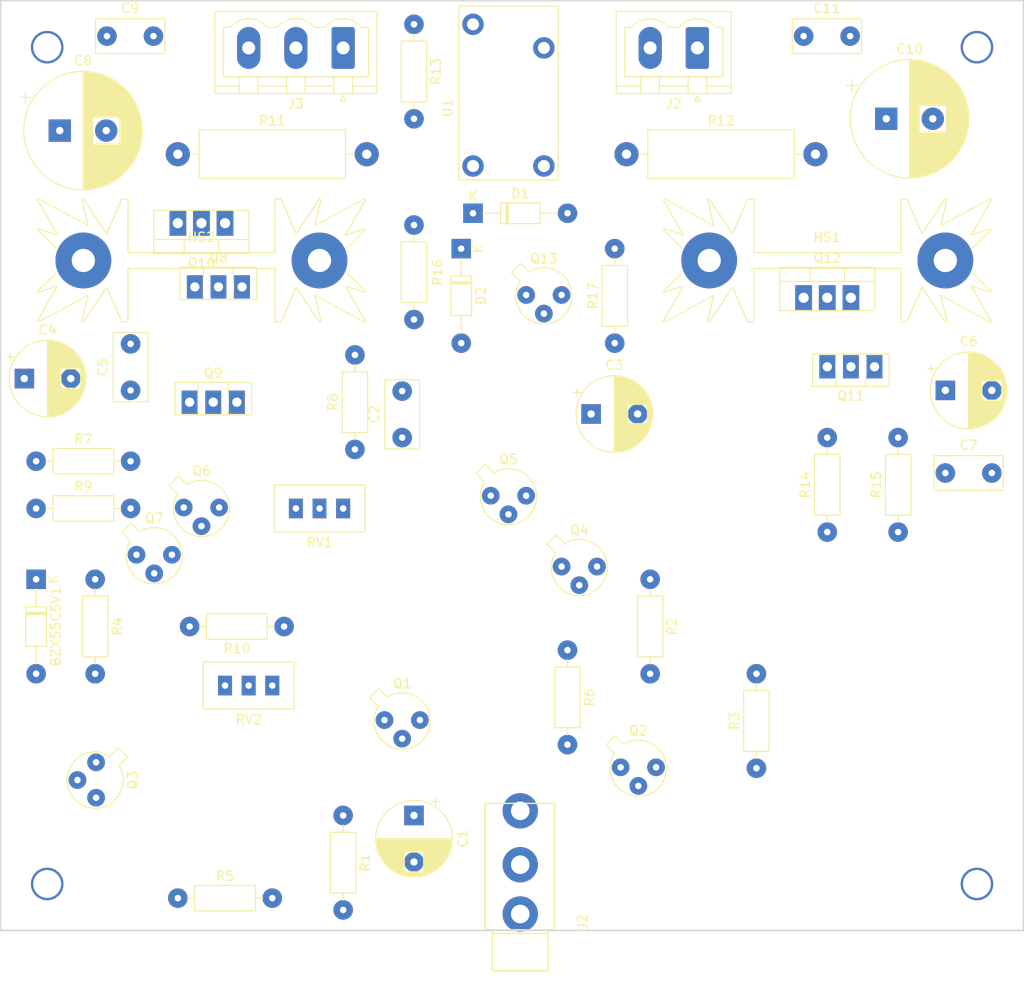
<source format=kicad_pcb>
(kicad_pcb (version 20171130) (host pcbnew "(5.1.9)-1")
  (title_block (title "Buck 45V vers 24/12V 13A") (date 2021-04-10) (rev V0) (company "INSA GEI") (comment 1 LH))
  (layers (0 F.Cu signal) (31 B.Cu signal) (34 B.Paste user) (35 F.Paste user) (36 B.SilkS user) (37 F.SilkS user) (38 B.Mask user) (39 F.Mask user) (44 Edge.Cuts user))
  (net 0 "")
  (net 1 "Net-(BZX55C5V1-Pad2)")
  (net 2 +12V)
  (net 3 "Net-(C1-Pad1)")
  (net 4 "Net-(C1-Pad2)")
  (net 5 "Net-(C2-Pad1)")
  (net 6 "Net-(C2-Pad2)")
  (net 7 -12V)
  (net 8 "Net-(C3-Pad1)")
  (net 9 GND)
  (net 10 "Net-(D1-Pad2)")
  (net 11 "Net-(D2-Pad1)")
  (net 12 "Net-(J2-Pad1)")
  (net 13 "Net-(Q1-Pad1)")
  (net 14 "Net-(Q2-Pad2)")
  (net 15 "Net-(Q2-Pad3)")
  (net 16 "Net-(Q3-Pad1)")
  (net 17 "Net-(Q4-Pad1)")
  (net 18 "Net-(Q5-Pad1)")
  (net 19 "Net-(Q6-Pad1)")
  (net 20 "Net-(Q6-Pad2)")
  (net 21 "Net-(Q6-Pad3)")
  (net 22 "Net-(Q7-Pad1)")
  (net 23 "Net-(Q8-Pad3)")
  (net 24 "Net-(Q10-Pad2)")
  (net 25 "Net-(Q10-Pad1)")
  (net 26 "Net-(Q11-Pad2)")
  (net 27 "Net-(Q11-Pad1)")
  (net 28 "Net-(R8-Pad1)")
  (net 29 "Net-(R10-Pad2)")
  (net 30 "Net-(R11-Pad2)")
  (net 31 "Net-(U2-PadTN)")
  (module LibAmpli_3imacs:D_DO-35_SOD27_P10.16mm_Horizontal (layer F.Cu) (at 92.71 87.63 270)
    (fp_text reference BZX55C5V1 (at 5.08 -2.12 90) (layer F.SilkS))
    (fp_text value Dz1)
    (fp_text user K (at 0 -1.8 90) (layer F.SilkS))
    (pad 2 thru_hole oval (at 10.16 0 270) (size 2.1 2.1) (drill 0.7) (layers *.Cu *.Mask) (net 1 "Net-(BZX55C5V1-Pad2)"))
    (pad 1 thru_hole rect (at 0 0 270) (size 2.1 2.1) (drill 0.7) (layers *.Cu *.Mask) (net 2 +12V))
  )
  (module LibAmpli_3imacs:CP_Radial_D8.0mm_P5.00mm (layer F.Cu) (at 133.35 113.03 270)
    (fp_text reference C1 (at 2.5 -5.25 90) (layer F.SilkS))
    (fp_text value 47u)
    (pad 1 thru_hole rect (at 0 0 270) (size 2.1 2.1) (drill 0.8) (layers *.Cu *.Mask) (net 3 "Net-(C1-Pad1)"))
    (pad 2 thru_hole circle (at 5 0 270) (size 2.1 2.1) (drill 0.8) (layers *.Cu *.Mask) (net 4 "Net-(C1-Pad2)"))
  )
  (module LibAmpli_3imacs:C_Rect_L7.2mm_W3.5mm_P5.00mm_FKS2_FKP2_MKS2_MKP2 (layer F.Cu) (at 132.08 72.39 90)
    (fp_text reference C2 (at 2.5 -3 90) (layer F.SilkS))
    (fp_text value C)
    (pad 2 thru_hole circle (at 5 0 90) (size 2.1 2.1) (drill 0.7) (layers *.Cu *.Mask) (net 6 "Net-(C2-Pad2)"))
    (pad 1 thru_hole circle (at 0 0 90) (size 2.1 2.1) (drill 0.7) (layers *.Cu *.Mask) (net 5 "Net-(C2-Pad1)"))
  )
  (module LibAmpli_3imacs:CP_Radial_D8.0mm_P5.00mm (layer F.Cu) (at 152.4 69.85)
    (fp_text reference C3 (at 2.5 -5.25) (layer F.SilkS))
    (fp_text value 47u)
    (pad 1 thru_hole rect (at 0 0) (size 2.1 2.1) (drill 0.8) (layers *.Cu *.Mask) (net 8 "Net-(C3-Pad1)"))
    (pad 2 thru_hole circle (at 5 0) (size 2.1 2.1) (drill 0.8) (layers *.Cu *.Mask) (net 7 -12V))
  )
  (module LibAmpli_3imacs:CP_Radial_D8.0mm_P5.00mm (layer F.Cu) (at 91.44 66.04)
    (fp_text reference C4 (at 2.5 -5.25) (layer F.SilkS))
    (fp_text value 10u)
    (pad 1 thru_hole rect (at 0 0) (size 2.1 2.1) (drill 0.8) (layers *.Cu *.Mask) (net 2 +12V))
    (pad 2 thru_hole circle (at 5 0) (size 2.1 2.1) (drill 0.8) (layers *.Cu *.Mask) (net 9 GND))
  )
  (module LibAmpli_3imacs:C_Rect_L7.2mm_W3.5mm_P5.00mm_FKS2_FKP2_MKS2_MKP2 (layer F.Cu) (at 102.87 67.31 90)
    (fp_text reference C5 (at 2.5 -3 90) (layer F.SilkS))
    (fp_text value 100n)
    (pad 2 thru_hole circle (at 5 0 90) (size 2.1 2.1) (drill 0.7) (layers *.Cu *.Mask) (net 9 GND))
    (pad 1 thru_hole circle (at 0 0 90) (size 2.1 2.1) (drill 0.7) (layers *.Cu *.Mask) (net 2 +12V))
  )
  (module LibAmpli_3imacs:CP_Radial_D8.0mm_P5.00mm (layer F.Cu) (at 190.5 67.31)
    (fp_text reference C6 (at 2.5 -5.25) (layer F.SilkS))
    (fp_text value 10u)
    (pad 1 thru_hole rect (at 0 0) (size 2.1 2.1) (drill 0.8) (layers *.Cu *.Mask) (net 9 GND))
    (pad 2 thru_hole circle (at 5 0) (size 2.1 2.1) (drill 0.8) (layers *.Cu *.Mask) (net 7 -12V))
  )
  (module LibAmpli_3imacs:C_Rect_L7.2mm_W3.5mm_P5.00mm_FKS2_FKP2_MKS2_MKP2 (layer F.Cu) (at 190.5 76.2)
    (fp_text reference C7 (at 2.5 -3) (layer F.SilkS))
    (fp_text value 100n)
    (pad 2 thru_hole circle (at 5 0) (size 2.1 2.1) (drill 0.7) (layers *.Cu *.Mask) (net 7 -12V))
    (pad 1 thru_hole circle (at 0 0) (size 2.1 2.1) (drill 0.7) (layers *.Cu *.Mask) (net 9 GND))
  )
  (module LibAmpli_3imacs:CP_Radial_D12.5mm_P5.00mm (layer F.Cu) (at 95.25 39.37)
    (fp_text reference C8 (at 2.5 -7.5) (layer F.SilkS))
    (fp_text value 470u)
    (pad 2 thru_hole circle (at 5 0) (size 2.4 2.4) (drill 0.8) (layers *.Cu *.Mask) (net 9 GND))
    (pad 1 thru_hole rect (at 0 0) (size 2.4 2.4) (drill 0.8) (layers *.Cu *.Mask) (net 2 +12V))
  )
  (module LibAmpli_3imacs:C_Rect_L7.2mm_W3.5mm_P5.00mm_FKS2_FKP2_MKS2_MKP2 (layer F.Cu) (at 100.33 29.21)
    (fp_text reference C9 (at 2.5 -3) (layer F.SilkS))
    (fp_text value 100n)
    (pad 2 thru_hole circle (at 5 0) (size 2.1 2.1) (drill 0.7) (layers *.Cu *.Mask) (net 9 GND))
    (pad 1 thru_hole circle (at 0 0) (size 2.1 2.1) (drill 0.7) (layers *.Cu *.Mask) (net 2 +12V))
  )
  (module LibAmpli_3imacs:CP_Radial_D12.5mm_P5.00mm (layer F.Cu) (at 184.15 38.1)
    (fp_text reference C10 (at 2.5 -7.5) (layer F.SilkS))
    (fp_text value 470u)
    (pad 2 thru_hole circle (at 5 0) (size 2.4 2.4) (drill 0.8) (layers *.Cu *.Mask) (net 7 -12V))
    (pad 1 thru_hole rect (at 0 0) (size 2.4 2.4) (drill 0.8) (layers *.Cu *.Mask) (net 9 GND))
  )
  (module LibAmpli_3imacs:C_Rect_L7.2mm_W3.5mm_P5.00mm_FKS2_FKP2_MKS2_MKP2 (layer F.Cu) (at 175.26 29.21)
    (fp_text reference C11 (at 2.5 -3) (layer F.SilkS))
    (fp_text value 100n)
    (pad 2 thru_hole circle (at 5 0) (size 2.1 2.1) (drill 0.7) (layers *.Cu *.Mask) (net 7 -12V))
    (pad 1 thru_hole circle (at 0 0) (size 2.1 2.1) (drill 0.7) (layers *.Cu *.Mask) (net 9 GND))
  )
  (module LibAmpli_3imacs:D_DO-35_SOD27_P10.16mm_Horizontal (layer F.Cu) (at 139.7 48.26)
    (fp_text reference D1 (at 5.08 -2.12) (layer F.SilkS))
    (fp_text value 1N4148)
    (fp_text user K (at 0 -1.8) (layer F.SilkS))
    (pad 2 thru_hole oval (at 10.16 0) (size 2.1 2.1) (drill 0.7) (layers *.Cu *.Mask) (net 10 "Net-(D1-Pad2)"))
    (pad 1 thru_hole rect (at 0 0) (size 2.1 2.1) (drill 0.7) (layers *.Cu *.Mask) (net 2 +12V))
  )
  (module LibAmpli_3imacs:D_DO-35_SOD27_P10.16mm_Horizontal (layer F.Cu) (at 138.43 52.07 270)
    (fp_text reference D2 (at 5.08 -2.12 90) (layer F.SilkS))
    (fp_text value 1N4148)
    (fp_text user K (at 0 -1.8 90) (layer F.SilkS))
    (pad 2 thru_hole oval (at 10.16 0 270) (size 2.1 2.1) (drill 0.7) (layers *.Cu *.Mask) (net 8 "Net-(C3-Pad1)"))
    (pad 1 thru_hole rect (at 0 0 270) (size 2.1 2.1) (drill 0.7) (layers *.Cu *.Mask) (net 11 "Net-(D2-Pad1)"))
  )
  (module LibAmpli_3imacs:Heatsink_Fischer_SK104-STC-STIC_35x13mm_2xDrill2.5mm (layer F.Cu) (at 177.8 53.34)
    (fp_text reference HS1 (at -0.025 -2.5) (layer F.SilkS))
    (fp_text value Heatsink)
    (pad 1 thru_hole circle (at -12.7 0 180) (size 6 6) (drill 2.5) (layers *.Cu *.Mask))
    (pad 1 thru_hole circle (at 12.7 0) (size 6 6) (drill 2.5) (layers *.Cu *.Mask))
  )
  (module LibAmpli_3imacs:Heatsink_Fischer_SK104-STC-STIC_35x13mm_2xDrill2.5mm (layer F.Cu) (at 110.49 53.34)
    (fp_text reference HS2 (at -0.025 -2.5) (layer F.SilkS))
    (fp_text value Heatsink)
    (pad 1 thru_hole circle (at -12.7 0 180) (size 6 6) (drill 2.5) (layers *.Cu *.Mask))
    (pad 1 thru_hole circle (at 12.7 0) (size 6 6) (drill 2.5) (layers *.Cu *.Mask))
  )
  (module LibAmpli_3imacs:PhoenixContact_MSTBVA_2,5_2-G-5,08_1x02_P5.08mm_Vertical (layer F.Cu) (at 163.83 30.48 180)
    (fp_text reference J2 (at 2.54 -6) (layer F.SilkS))
    (fp_text value Conn_01x02)
    (pad 2 thru_hole oval (at 5.08 0 180) (size 2.5 4.5) (drill 1.4) (layers *.Cu *.Mask) (net 12 "Net-(J2-Pad1)"))
    (pad 1 thru_hole roundrect (at 0 0 180) (size 2.5 4.5) (drill 1.4) (layers *.Cu *.Mask) (roundrect_rratio 0.12) (net 9 GND))
  )
  (module LibAmpli_3imacs:PhoenixContact_MSTBVA_2,5_3-G-5,08_1x03_P5.08mm_Vertical (layer F.Cu) (at 125.73 30.48 180)
    (fp_text reference J3 (at 5.08 -6) (layer F.SilkS))
    (fp_text value Conn_01x03)
    (pad 3 thru_hole oval (at 10.16 0 180) (size 2.5 4.5) (drill 1.4) (layers *.Cu *.Mask) (net 2 +12V))
    (pad 2 thru_hole oval (at 5.08 0 180) (size 2.5 4.5) (drill 1.4) (layers *.Cu *.Mask) (net 9 GND))
    (pad 1 thru_hole roundrect (at 0 0 180) (size 2.5 4.5) (drill 1.4) (layers *.Cu *.Mask) (roundrect_rratio 0.12) (net 7 -12V))
  )
  (module LibAmpli_3imacs:TO-18-3 (layer F.Cu) (at 130.81 102.87)
    (fp_text reference Q1 (at 1.27 -4.02) (layer F.SilkS))
    (fp_text value 2N2907)
    (pad 3 thru_hole circle (at 3.175 -0.1) (size 1.9 1.9) (drill 0.7) (layers *.Cu *.Mask) (net 5 "Net-(C2-Pad1)"))
    (pad 2 thru_hole circle (at 1.27 1.905) (size 1.9 1.9) (drill 0.7) (layers *.Cu *.Mask) (net 3 "Net-(C1-Pad1)"))
    (pad 1 thru_hole circle (at -0.635 -0.1) (size 1.9 1.9) (drill 0.7) (layers *.Cu *.Mask) (net 13 "Net-(Q1-Pad1)"))
  )
  (module LibAmpli_3imacs:TO-18-3 (layer F.Cu) (at 156.21 107.95)
    (fp_text reference Q2 (at 1.27 -4.02) (layer F.SilkS))
    (fp_text value 2N2907)
    (pad 3 thru_hole circle (at 3.175 -0.1) (size 1.9 1.9) (drill 0.7) (layers *.Cu *.Mask) (net 15 "Net-(Q2-Pad3)"))
    (pad 2 thru_hole circle (at 1.27 1.905) (size 1.9 1.9) (drill 0.7) (layers *.Cu *.Mask) (net 14 "Net-(Q2-Pad2)"))
    (pad 1 thru_hole circle (at -0.635 -0.1) (size 1.9 1.9) (drill 0.7) (layers *.Cu *.Mask) (net 13 "Net-(Q1-Pad1)"))
  )
  (module LibAmpli_3imacs:TO-18-3 (layer F.Cu) (at 99.06 107.95 270)
    (fp_text reference Q3 (at 1.27 -4.02 90) (layer F.SilkS))
    (fp_text value 2N2907)
    (pad 3 thru_hole circle (at 3.175 -0.1 270) (size 1.9 1.9) (drill 0.7) (layers *.Cu *.Mask) (net 13 "Net-(Q1-Pad1)"))
    (pad 2 thru_hole circle (at 1.27 1.905 270) (size 1.9 1.9) (drill 0.7) (layers *.Cu *.Mask) (net 1 "Net-(BZX55C5V1-Pad2)"))
    (pad 1 thru_hole circle (at -0.635 -0.1 270) (size 1.9 1.9) (drill 0.7) (layers *.Cu *.Mask) (net 16 "Net-(Q3-Pad1)"))
  )
  (module LibAmpli_3imacs:TO-18-3 (layer F.Cu) (at 149.86 86.36)
    (fp_text reference Q4 (at 1.27 -4.02) (layer F.SilkS))
    (fp_text value 2N2222)
    (pad 3 thru_hole circle (at 3.175 -0.1) (size 1.9 1.9) (drill 0.7) (layers *.Cu *.Mask) (net 6 "Net-(C2-Pad2)"))
    (pad 2 thru_hole circle (at 1.27 1.905) (size 1.9 1.9) (drill 0.7) (layers *.Cu *.Mask) (net 5 "Net-(C2-Pad1)"))
    (pad 1 thru_hole circle (at -0.635 -0.1) (size 1.9 1.9) (drill 0.7) (layers *.Cu *.Mask) (net 17 "Net-(Q4-Pad1)"))
  )
  (module LibAmpli_3imacs:TO-18-3 (layer F.Cu) (at 142.24 78.74)
    (fp_text reference Q5 (at 1.27 -4.02) (layer F.SilkS))
    (fp_text value 2N2222)
    (pad 3 thru_hole circle (at 3.175 -0.1) (size 1.9 1.9) (drill 0.7) (layers *.Cu *.Mask) (net 6 "Net-(C2-Pad2)"))
    (pad 2 thru_hole circle (at 1.27 1.905) (size 1.9 1.9) (drill 0.7) (layers *.Cu *.Mask) (net 17 "Net-(Q4-Pad1)"))
    (pad 1 thru_hole circle (at -0.635 -0.1) (size 1.9 1.9) (drill 0.7) (layers *.Cu *.Mask) (net 18 "Net-(Q5-Pad1)"))
  )
  (module LibAmpli_3imacs:TO-18-3 (layer F.Cu) (at 109.22 80.01)
    (fp_text reference Q6 (at 1.27 -4.02) (layer F.SilkS))
    (fp_text value 2N2907)
    (pad 3 thru_hole circle (at 3.175 -0.1) (size 1.9 1.9) (drill 0.7) (layers *.Cu *.Mask) (net 21 "Net-(Q6-Pad3)"))
    (pad 2 thru_hole circle (at 1.27 1.905) (size 1.9 1.9) (drill 0.7) (layers *.Cu *.Mask) (net 20 "Net-(Q6-Pad2)"))
    (pad 1 thru_hole circle (at -0.635 -0.1) (size 1.9 1.9) (drill 0.7) (layers *.Cu *.Mask) (net 19 "Net-(Q6-Pad1)"))
  )
  (module LibAmpli_3imacs:TO-18-3 (layer F.Cu) (at 104.14 85.09)
    (fp_text reference Q7 (at 1.27 -4.02) (layer F.SilkS))
    (fp_text value 2N2907)
    (pad 3 thru_hole circle (at 3.175 -0.1) (size 1.9 1.9) (drill 0.7) (layers *.Cu *.Mask) (net 20 "Net-(Q6-Pad2)"))
    (pad 2 thru_hole circle (at 1.27 1.905) (size 1.9 1.9) (drill 0.7) (layers *.Cu *.Mask) (net 20 "Net-(Q6-Pad2)"))
    (pad 1 thru_hole circle (at -0.635 -0.1) (size 1.9 1.9) (drill 0.7) (layers *.Cu *.Mask) (net 22 "Net-(Q7-Pad1)"))
  )
  (module LibAmpli_3imacs:TO-126-3_Vertical (layer F.Cu) (at 109.7788 56.1848)
    (fp_text reference Q8 (at 2.54 -3.12) (layer F.SilkS))
    (fp_text value BD139)
    (pad 3 thru_hole rect (at 5.08 0) (size 1.7 2.5) (drill 1) (layers *.Cu *.Mask) (net 23 "Net-(Q8-Pad3)"))
    (pad 2 thru_hole rect (at 2.54 0) (size 1.7 2.5) (drill 1) (layers *.Cu *.Mask) (net 21 "Net-(Q6-Pad3)"))
    (pad 1 thru_hole rect (at 0 0) (size 1.7 2.5) (drill 1) (layers *.Cu *.Mask) (net 6 "Net-(C2-Pad2)"))
  )
  (module LibAmpli_3imacs:TO-126-3_Vertical (layer F.Cu) (at 109.22 68.58)
    (fp_text reference Q9 (at 2.54 -3.12) (layer F.SilkS))
    (fp_text value BD139)
    (pad 3 thru_hole rect (at 5.08 0) (size 1.7 2.5) (drill 1) (layers *.Cu *.Mask) (net 21 "Net-(Q6-Pad3)"))
    (pad 2 thru_hole rect (at 2.54 0) (size 1.7 2.5) (drill 1) (layers *.Cu *.Mask) (net 25 "Net-(Q10-Pad1)"))
    (pad 1 thru_hole rect (at 0 0) (size 1.7 2.5) (drill 1) (layers *.Cu *.Mask) (net 24 "Net-(Q10-Pad2)"))
  )
  (module LibAmpli_3imacs:TO-220-3_Vertical (layer F.Cu) (at 113.03 49.3268 180)
    (fp_text reference Q10 (at 2.54 -4.27) (layer F.SilkS))
    (fp_text value TIP32)
    (pad 3 thru_hole rect (at 5.08 0 180) (size 1.8 2.7) (drill 1.1) (layers *.Cu *.Mask) (net 2 +12V))
    (pad 2 thru_hole rect (at 2.54 0 180) (size 1.8 2.7) (drill 1.1) (layers *.Cu *.Mask) (net 24 "Net-(Q10-Pad2)"))
    (pad 1 thru_hole rect (at 0 0 180) (size 1.8 2.7) (drill 1.1) (layers *.Cu *.Mask) (net 25 "Net-(Q10-Pad1)"))
  )
  (module LibAmpli_3imacs:TO-126-3_Vertical (layer F.Cu) (at 182.88 64.77 180)
    (fp_text reference Q11 (at 2.54 -3.12) (layer F.SilkS))
    (fp_text value BD138)
    (pad 3 thru_hole rect (at 5.08 0 180) (size 1.7 2.5) (drill 1) (layers *.Cu *.Mask) (net 6 "Net-(C2-Pad2)"))
    (pad 2 thru_hole rect (at 2.54 0 180) (size 1.7 2.5) (drill 1) (layers *.Cu *.Mask) (net 26 "Net-(Q11-Pad2)"))
    (pad 1 thru_hole rect (at 0 0 180) (size 1.7 2.5) (drill 1) (layers *.Cu *.Mask) (net 27 "Net-(Q11-Pad1)"))
  )
  (module LibAmpli_3imacs:TO-220-3_Vertical (layer F.Cu) (at 175.26 57.3532)
    (fp_text reference Q12 (at 2.54 -4.27) (layer F.SilkS))
    (fp_text value TIP31)
    (pad 3 thru_hole rect (at 5.08 0) (size 1.8 2.7) (drill 1.1) (layers *.Cu *.Mask) (net 7 -12V))
    (pad 2 thru_hole rect (at 2.54 0) (size 1.8 2.7) (drill 1.1) (layers *.Cu *.Mask) (net 27 "Net-(Q11-Pad1)"))
    (pad 1 thru_hole rect (at 0 0) (size 1.8 2.7) (drill 1.1) (layers *.Cu *.Mask) (net 26 "Net-(Q11-Pad2)"))
  )
  (module LibAmpli_3imacs:TO-18-3 (layer F.Cu) (at 146.05 57.15)
    (fp_text reference Q13 (at 1.27 -4.02) (layer F.SilkS))
    (fp_text value 2N2222)
    (pad 3 thru_hole circle (at 3.175 -0.1) (size 1.9 1.9) (drill 0.7) (layers *.Cu *.Mask) (net 10 "Net-(D1-Pad2)"))
    (pad 2 thru_hole circle (at 1.27 1.905) (size 1.9 1.9) (drill 0.7) (layers *.Cu *.Mask) (net 11 "Net-(D2-Pad1)"))
    (pad 1 thru_hole circle (at -0.635 -0.1) (size 1.9 1.9) (drill 0.7) (layers *.Cu *.Mask) (net 9 GND))
  )
  (module LibAmpli_3imacs:R_Axial_DIN0207_L6.3mm_D2.5mm_P10.16mm_Horizontal (layer F.Cu) (at 125.73 113.03 270)
    (fp_text reference R1 (at 5.08 -2.37 90) (layer F.SilkS))
    (fp_text value R)
    (pad 2 thru_hole circle (at 10.16 0 270) (size 2.1 2.1) (drill 0.7) (layers *.Cu *.Mask) (net 9 GND))
    (pad 1 thru_hole circle (at 0 0 270) (size 2.1 2.1) (drill 0.7) (layers *.Cu *.Mask) (net 3 "Net-(C1-Pad1)"))
  )
  (module LibAmpli_3imacs:R_Axial_DIN0207_L6.3mm_D2.5mm_P10.16mm_Horizontal (layer F.Cu) (at 158.75 87.63 270)
    (fp_text reference R2 (at 5.08 -2.37 90) (layer F.SilkS))
    (fp_text value R)
    (pad 2 thru_hole circle (at 10.16 0 270) (size 2.1 2.1) (drill 0.7) (layers *.Cu *.Mask) (net 7 -12V))
    (pad 1 thru_hole circle (at 0 0 270) (size 2.1 2.1) (drill 0.7) (layers *.Cu *.Mask) (net 5 "Net-(C2-Pad1)"))
  )
  (module LibAmpli_3imacs:R_Axial_DIN0207_L6.3mm_D2.5mm_P10.16mm_Horizontal (layer F.Cu) (at 170.18 107.95 90)
    (fp_text reference R3 (at 5.08 -2.37 90) (layer F.SilkS))
    (fp_text value R)
    (pad 2 thru_hole circle (at 10.16 0 90) (size 2.1 2.1) (drill 0.7) (layers *.Cu *.Mask) (net 7 -12V))
    (pad 1 thru_hole circle (at 0 0 90) (size 2.1 2.1) (drill 0.7) (layers *.Cu *.Mask) (net 15 "Net-(Q2-Pad3)"))
  )
  (module LibAmpli_3imacs:R_Axial_DIN0207_L6.3mm_D2.5mm_P10.16mm_Horizontal (layer F.Cu) (at 99.06 87.63 270)
    (fp_text reference R4 (at 5.08 -2.37 90) (layer F.SilkS))
    (fp_text value R)
    (pad 2 thru_hole circle (at 10.16 0 270) (size 2.1 2.1) (drill 0.7) (layers *.Cu *.Mask) (net 16 "Net-(Q3-Pad1)"))
    (pad 1 thru_hole circle (at 0 0 270) (size 2.1 2.1) (drill 0.7) (layers *.Cu *.Mask) (net 2 +12V))
  )
  (module LibAmpli_3imacs:R_Axial_DIN0207_L6.3mm_D2.5mm_P10.16mm_Horizontal (layer F.Cu) (at 107.95 121.92)
    (fp_text reference R5 (at 5.08 -2.37) (layer F.SilkS))
    (fp_text value R)
    (pad 2 thru_hole circle (at 10.16 0) (size 2.1 2.1) (drill 0.7) (layers *.Cu *.Mask) (net 9 GND))
    (pad 1 thru_hole circle (at 0 0) (size 2.1 2.1) (drill 0.7) (layers *.Cu *.Mask) (net 1 "Net-(BZX55C5V1-Pad2)"))
  )
  (module LibAmpli_3imacs:R_Axial_DIN0207_L6.3mm_D2.5mm_P10.16mm_Horizontal (layer F.Cu) (at 149.86 95.25 270)
    (fp_text reference R6 (at 5.08 -2.37 90) (layer F.SilkS))
    (fp_text value R)
    (pad 2 thru_hole circle (at 10.16 0 270) (size 2.1 2.1) (drill 0.7) (layers *.Cu *.Mask) (net 7 -12V))
    (pad 1 thru_hole circle (at 0 0 270) (size 2.1 2.1) (drill 0.7) (layers *.Cu *.Mask) (net 18 "Net-(Q5-Pad1)"))
  )
  (module LibAmpli_3imacs:R_Axial_DIN0207_L6.3mm_D2.5mm_P10.16mm_Horizontal (layer F.Cu) (at 92.71 74.93)
    (fp_text reference R7 (at 5.08 -2.37) (layer F.SilkS))
    (fp_text value R)
    (pad 2 thru_hole circle (at 10.16 0) (size 2.1 2.1) (drill 0.7) (layers *.Cu *.Mask) (net 19 "Net-(Q6-Pad1)"))
    (pad 1 thru_hole circle (at 0 0) (size 2.1 2.1) (drill 0.7) (layers *.Cu *.Mask) (net 2 +12V))
  )
  (module LibAmpli_3imacs:R_Axial_DIN0207_L6.3mm_D2.5mm_P10.16mm_Horizontal (layer F.Cu) (at 127 73.66 90)
    (fp_text reference R8 (at 5.08 -2.37 90) (layer F.SilkS))
    (fp_text value R)
    (pad 2 thru_hole circle (at 10.16 0 90) (size 2.1 2.1) (drill 0.7) (layers *.Cu *.Mask) (net 6 "Net-(C2-Pad2)"))
    (pad 1 thru_hole circle (at 0 0 90) (size 2.1 2.1) (drill 0.7) (layers *.Cu *.Mask) (net 28 "Net-(R8-Pad1)"))
  )
  (module LibAmpli_3imacs:R_Axial_DIN0207_L6.3mm_D2.5mm_P10.16mm_Horizontal (layer F.Cu) (at 92.71 80.01)
    (fp_text reference R9 (at 5.08 -2.37) (layer F.SilkS))
    (fp_text value R)
    (pad 2 thru_hole circle (at 10.16 0) (size 2.1 2.1) (drill 0.7) (layers *.Cu *.Mask) (net 22 "Net-(Q7-Pad1)"))
    (pad 1 thru_hole circle (at 0 0) (size 2.1 2.1) (drill 0.7) (layers *.Cu *.Mask) (net 2 +12V))
  )
  (module LibAmpli_3imacs:R_Axial_DIN0207_L6.3mm_D2.5mm_P10.16mm_Horizontal (layer F.Cu) (at 119.38 92.71 180)
    (fp_text reference R10 (at 5.08 -2.37) (layer F.SilkS))
    (fp_text value R)
    (pad 2 thru_hole circle (at 10.16 0 180) (size 2.1 2.1) (drill 0.7) (layers *.Cu *.Mask) (net 29 "Net-(R10-Pad2)"))
    (pad 1 thru_hole circle (at 0 0 180) (size 2.1 2.1) (drill 0.7) (layers *.Cu *.Mask) (net 20 "Net-(Q6-Pad2)"))
  )
  (module LibAmpli_3imacs:R_Axial_DIN0516_L15.5mm_D5.0mm_P20.32mm_Horizontal (layer F.Cu) (at 107.95 41.91)
    (fp_text reference R11 (at 10.16 -3.62) (layer F.SilkS))
    (fp_text value R)
    (pad 2 thru_hole oval (at 20.32 0) (size 2.6 2.6) (drill 1) (layers *.Cu *.Mask) (net 30 "Net-(R11-Pad2)"))
    (pad 1 thru_hole circle (at 0 0) (size 2.6 2.6) (drill 1) (layers *.Cu *.Mask) (net 24 "Net-(Q10-Pad2)"))
  )
  (module LibAmpli_3imacs:R_Axial_DIN0516_L15.5mm_D5.0mm_P20.32mm_Horizontal (layer F.Cu) (at 156.21 41.91)
    (fp_text reference R12 (at 10.16 -3.62) (layer F.SilkS))
    (fp_text value R)
    (pad 2 thru_hole oval (at 20.32 0) (size 2.6 2.6) (drill 1) (layers *.Cu *.Mask) (net 27 "Net-(Q11-Pad1)"))
    (pad 1 thru_hole circle (at 0 0) (size 2.6 2.6) (drill 1) (layers *.Cu *.Mask) (net 30 "Net-(R11-Pad2)"))
  )
  (module LibAmpli_3imacs:R_Axial_DIN0207_L6.3mm_D2.5mm_P10.16mm_Horizontal (layer F.Cu) (at 133.35 27.94 270)
    (fp_text reference R13 (at 5.08 -2.37 90) (layer F.SilkS))
    (fp_text value R)
    (pad 2 thru_hole circle (at 10.16 0 270) (size 2.1 2.1) (drill 0.7) (layers *.Cu *.Mask) (net 9 GND))
    (pad 1 thru_hole circle (at 0 0 270) (size 2.1 2.1) (drill 0.7) (layers *.Cu *.Mask) (net 30 "Net-(R11-Pad2)"))
  )
  (module LibAmpli_3imacs:R_Axial_DIN0207_L6.3mm_D2.5mm_P10.16mm_Horizontal (layer F.Cu) (at 177.8 82.55 90)
    (fp_text reference R14 (at 5.08 -2.37 90) (layer F.SilkS))
    (fp_text value R)
    (pad 2 thru_hole circle (at 10.16 0 90) (size 2.1 2.1) (drill 0.7) (layers *.Cu *.Mask) (net 30 "Net-(R11-Pad2)"))
    (pad 1 thru_hole circle (at 0 0 90) (size 2.1 2.1) (drill 0.7) (layers *.Cu *.Mask) (net 14 "Net-(Q2-Pad2)"))
  )
  (module LibAmpli_3imacs:R_Axial_DIN0207_L6.3mm_D2.5mm_P10.16mm_Horizontal (layer F.Cu) (at 185.42 82.55 90)
    (fp_text reference R15 (at 5.08 -2.37 90) (layer F.SilkS))
    (fp_text value R)
    (pad 2 thru_hole circle (at 10.16 0 90) (size 2.1 2.1) (drill 0.7) (layers *.Cu *.Mask) (net 9 GND))
    (pad 1 thru_hole circle (at 0 0 90) (size 2.1 2.1) (drill 0.7) (layers *.Cu *.Mask) (net 14 "Net-(Q2-Pad2)"))
  )
  (module LibAmpli_3imacs:R_Axial_DIN0207_L6.3mm_D2.5mm_P10.16mm_Horizontal (layer F.Cu) (at 133.35 49.53 270)
    (fp_text reference R16 (at 5.08 -2.54 90) (layer F.SilkS))
    (fp_text value R)
    (pad 2 thru_hole circle (at 10.16 0 270) (size 2.1 2.1) (drill 0.7) (layers *.Cu *.Mask) (net 8 "Net-(C3-Pad1)"))
    (pad 1 thru_hole circle (at 0 0 270) (size 2.1 2.1) (drill 0.7) (layers *.Cu *.Mask) (net 2 +12V))
  )
  (module LibAmpli_3imacs:R_Axial_DIN0207_L6.3mm_D2.5mm_P10.16mm_Horizontal (layer F.Cu) (at 154.94 62.23 90)
    (fp_text reference R17 (at 5.08 -2.37 90) (layer F.SilkS))
    (fp_text value R)
    (pad 2 thru_hole circle (at 10.16 0 90) (size 2.1 2.1) (drill 0.7) (layers *.Cu *.Mask) (net 9 GND))
    (pad 1 thru_hole circle (at 0 0 90) (size 2.1 2.1) (drill 0.7) (layers *.Cu *.Mask) (net 11 "Net-(D2-Pad1)"))
  )
  (module LibAmpli_3imacs:Potentiometer_Bourns_3296W_Vertical (layer F.Cu) (at 120.65 80.01 180)
    (fp_text reference RV1 (at -2.54 -3.66) (layer F.SilkS))
    (fp_text value R_POT)
    (pad 3 thru_hole rect (at -5.08 0 180) (size 1.5 2.1) (drill 0.7) (layers *.Cu *.Mask) (net 28 "Net-(R8-Pad1)"))
    (pad 2 thru_hole rect (at -2.54 0 180) (size 1.5 2.1) (drill 0.7) (layers *.Cu *.Mask) (net 23 "Net-(Q8-Pad3)"))
    (pad 1 thru_hole rect (at 0 0 180) (size 1.5 2.1) (drill 0.7) (layers *.Cu *.Mask) (net 21 "Net-(Q6-Pad3)"))
  )
  (module LibAmpli_3imacs:Potentiometer_Bourns_3296W_Vertical (layer F.Cu) (at 113.03 99.06 180)
    (fp_text reference RV2 (at -2.54 -3.66) (layer F.SilkS))
    (fp_text value R_POT)
    (pad 3 thru_hole rect (at -5.08 0 180) (size 1.5 2.1) (drill 0.7) (layers *.Cu *.Mask) (net 9 GND))
    (pad 2 thru_hole rect (at -2.54 0 180) (size 1.5 2.1) (drill 0.7) (layers *.Cu *.Mask) (net 29 "Net-(R10-Pad2)"))
    (pad 1 thru_hole rect (at 0 0 180) (size 1.5 2.1) (drill 0.7) (layers *.Cu *.Mask) (net 29 "Net-(R10-Pad2)"))
  )
  (module LibAmpli_3imacs:RELAIS_1CT-4 (layer F.Cu) (at 139.7 43.18 90)
    (fp_text reference U1 (at 6.25 -2.75 90) (layer F.SilkS))
    (fp_text value Relay_1CT)
    (pad c2 thru_hole circle (at 12.7 7.62 90) (size 2.3 2.3) (drill 1.3) (layers *.Cu *.Mask) (net 12 "Net-(J2-Pad1)"))
    (pad c1 thru_hole circle (at 15.24 0 90) (size 2.3 2.3) (drill 1.3) (layers *.Cu *.Mask) (net 30 "Net-(R11-Pad2)"))
    (pad b2 thru_hole circle (at 0 7.62 90) (size 2.3 2.3) (drill 1.3) (layers *.Cu *.Mask) (net 2 +12V))
    (pad b1 thru_hole circle (at 0 0 90) (size 2.3 2.3) (drill 1.3) (layers *.Cu *.Mask) (net 10 "Net-(D1-Pad2)"))
  )
  (module LibAmpli_3imacs:Jack_35RAPC2AV (layer F.Cu) (at 144.78 125.73 90)
    (fp_text reference U2 (at 1.1 6.7 90) (layer F.SilkS))
    (fp_text value Jack_Mono)
    (pad T thru_hole circle (at 7.4 0 90) (size 3.8 3.8) (drill 2) (layers *.Cu *.Mask) (net 4 "Net-(C1-Pad2)"))
    (pad G thru_hole circle (at 2.1 0 90) (size 3.8 3.8) (drill 2) (layers *.Cu *.Mask) (net 9 GND))
    (pad TN thru_hole circle (at 13.2 0 90) (size 3.8 3.8) (drill 2) (layers *.Cu *.Mask) (net 31 "Net-(U2-PadTN)"))
  )
  (gr_line (start 198.9 25.4) (end 198.9 125.4) (layer Edge.Cuts) (width 0.15))
  (gr_line (start 88.9 125.4) (end 198.9 125.4) (layer Edge.Cuts) (width 0.15))
  (gr_line (start 88.9 25.4) (end 88.9 125.4) (layer Edge.Cuts) (width 0.15))
  (gr_line (start 88.9 25.4) (end 198.9 25.4) (layer Edge.Cuts) (width 0.15))
  (via (at 93.9 30.4) (size 3.5) (drill 3) (layers F.Cu B.Cu) (net 0))
  (via (at 93.9 120.4) (size 3.5) (drill 3) (layers F.Cu B.Cu) (net 0))
  (via (at 193.9 120.4) (size 3.5) (drill 3) (layers F.Cu B.Cu) (net 0))
  (via (at 193.9 30.4) (size 3.5) (drill 3) (layers F.Cu B.Cu) (net 0))
)
</source>
